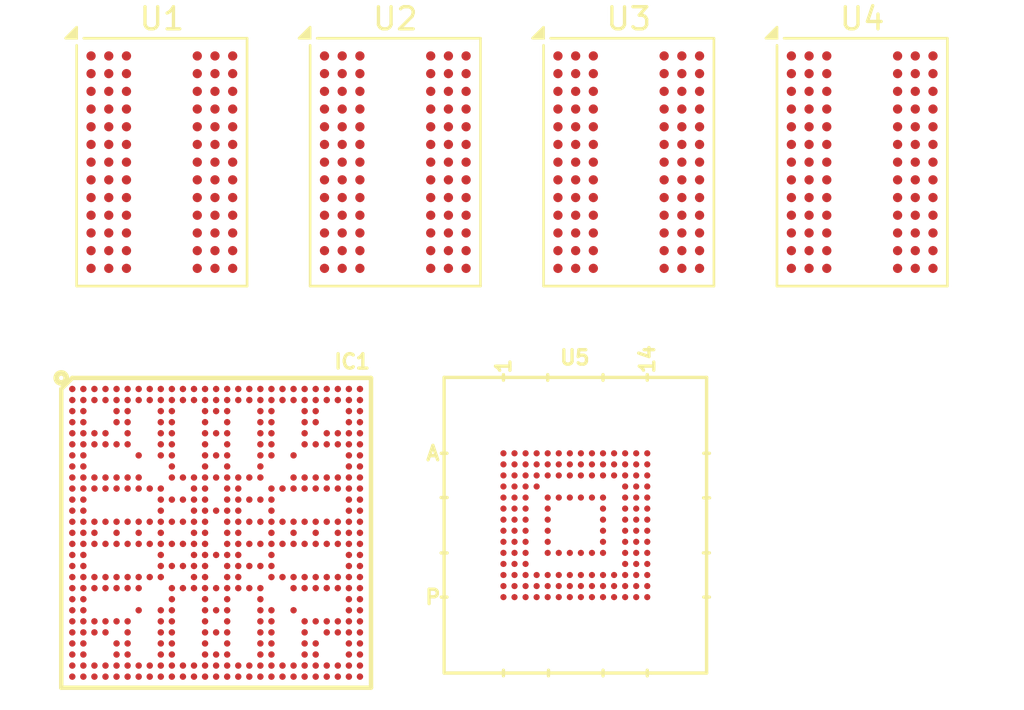
<source format=kicad_pcb>
(kicad_pcb (version 20241229) (generator "pcbnew") (generator_version "9.0")
  (layers (0 "F.Cu" signal) (2 "B.Cu" signal) (13 "F.Paste" user) (15 "B.Paste" user) (5 "F.SilkS" user "F.Silkscreen") (7 "B.SilkS" user "B.Silkscreen") (1 "F.Mask" user) (3 "B.Mask" user) (25 "Edge.Cuts" user))
  (net 0 "")
  (net 3 "/DRAM/CK_A")
  (net 7 "Net-(IC1A-VSS_10)")
  (net 10 "Net-(IC1A-VDD_ARM_1)")
  (net 11 "Net-(IC1A-VDD_GPU_1)")
  (net 13 "Net-(IC1A-VDD_VPU_1)")
  (net 17 "/DRAM/C2")
  (net 21 "Net-(IC1A-NVCC_DRAM_1)")
  (net 25 "/eMMC/SD_CLK")
  (net 27 "/DRAM/~{DQSU_B}")
  (net 28 "/eMMC/~{eMMC_RST}")
  (net 31 "Net-(IC1A-VDD_DRAM_1)")
  (net 32 "/DRAM/DQU_4A")
  (net 33 "/DRAM/DQU_7A")
  (net 34 "/DRAM/~{RAS}")
  (net 35 "/DRAM/A13")
  (net 37 "/eMMC/eMMC_CMD")
  (net 38 "/eMMC/eMMC_CLK")
  (net 39 "/DRAM/DQL_2B")
  (net 41 "Net-(IC1A-VDD_ANA_0P8_1)")
  (net 42 "Net-(IC1A-VDD_SOC_1)")
  (net 44 "/DRAM/~{CK_B}")
  (net 53 "/DRAM/A9")
  (net 56 "/DRAM/C0")
  (net 57 "/eMMC/eMMC_D0")
  (net 60 "/DRAM/DQL_5B")
  (net 61 "/DRAM/~{DML_B}")
  (net 63 "/DRAM/~{DML_A}")
  (net 64 "/DRAM/A15{slash}~{CAS}")
  (net 68 "/DRAM/DQL_3B")
  (net 70 "/eMMC/eMMC_D6")
  (net 72 "/DRAM/~{CS_B}")
  (net 76 "/DRAM/ZQ")
  (net 78 "/DRAM/DQL_3A")
  (net 79 "/DRAM/DQU_0B")
  (net 84 "/eMMC/eMMC_DS")
  (net 87 "/DRAM/A8")
  (net 89 "/DRAM/A7")
  (net 90 "/DRAM/ODT_A")
  (net 95 "/DRAM/BG0")
  (net 96 "/DRAM/A14{slash}~{WE}")
  (net 99 "/DRAM/A11")
  (net 104 "/DRAM/DQU_3B")
  (net 114 "/DRAM/CKE_B")
  (net 116 "/DRAM/DQL_5A")
  (net 122 "/DRAM/A2")
  (net 123 "/DRAM/MTEST")
  (net 126 "Net-(IC1A-VDD_ANA1_1P8_1)")
  (net 127 "/DRAM/DQSL_A")
  (net 130 "/DRAM/A12")
  (net 131 "/eMMC/SD_D3")
  (net 132 "/eMMC/SD_D1")
  (net 134 "/DRAM/DQU_6B")
  (net 136 "/DRAM/DQL_0A")
  (net 143 "/DRAM/ODT_B")
  (net 147 "/DRAM/DQL_4B")
  (net 148 "/DRAM/A10{slash}AP")
  (net 149 "/DRAM/DQL_1A")
  (net 150 "/DRAM/A3")
  (net 151 "/DRAM/A5")
  (net 152 "Net-(IC1A-VDD_ANA0_1P8_1)")
  (net 159 "/eMMC/eMMC_D7")
  (net 161 "/DRAM/BA1")
  (net 164 "/DRAM/BG1")
  (net 179 "/DRAM/~{ACT}")
  (net 185 "/DRAM/DQL_7B")
  (net 186 "/DRAM/DQSU_A")
  (net 187 "/DRAM/DQL_6A")
  (net 191 "/DRAM/DQU_2A")
  (net 198 "/eMMC/SD_D2")
  (net 199 "/DRAM/DQU_1A")
  (net 204 "/eMMC/eMMC_D2")
  (net 206 "/DRAM/DQSU_B")
  (net 208 "/DRAM/~{CS_A}")
  (net 219 "/DRAM/A4")
  (net 224 "/eMMC/eMMC_D1")
  (net 230 "/DRAM/A1")
  (net 235 "/DRAM/DQL_1B")
  (net 236 "/DRAM/~{DMU_B}")
  (net 238 "/DRAM/DQU_5B")
  (net 246 "/DRAM/CK_B")
  (net 247 "/DRAM/DQU_1B")
  (net 250 "/DRAM/~{DQSU_A}")
  (net 252 "/DRAM/DQU_0A")
  (net 253 "/DRAM/~{DMU_A}")
  (net 255 "/DRAM/DQL_6B")
  (net 259 "/eMMC/SD_CMD")
  (net 261 "/eMMC/SD_D0")
  (net 262 "/DRAM/~{ALERT}")
  (net 267 "/DRAM/~{CK_A}")
  (net 268 "/eMMC/eMMC_D3")
  (net 269 "/DRAM/DQL_0B")
  (net 271 "/DRAM/CKE_A")
  (net 277 "/eMMC/eMMC_D5")
  (net 283 "/DRAM/DQU_5A")
  (net 285 "/DRAM/DQU_7B")
  (net 286 "/DRAM/DQU_3A")
  (net 292 "/DRAM/DQL_7A")
  (net 293 "/DRAM/PAR")
  (net 297 "/DRAM/DQU_2B")
  (net 300 "/DRAM/VREF")
  (net 305 "/DRAM/DQU_4B")
  (net 307 "/DRAM/A6")
  (net 308 "/DRAM/~{DQSL_B}")
  (net 311 "/DRAM/DQL_4A")
  (net 317 "/DRAM/~{DQSL_A}")
  (net 321 "/DRAM/BA0")
  (net 323 "/DRAM/DQU_6A")
  (net 324 "/eMMC/eMMC_D4")
  (net 325 "/DRAM/DQSL_B")
  (net 326 "/DRAM/A0")
  (net 328 "/DRAM/DQL_2A")
  (net 330 "/DRAM/~{RESET}")
  (net 331 "GND")
  (net 332 "Net-(U1-NC-PadF2)")
  (net 333 "VDD")
  (net 334 "VDDQ")
  (net 336 "VPP")
  (net 337 "Net-(U2-NC-PadF2)")
  (net 339 "Net-(U3-NC-PadF2)")
  (net 341 "Net-(U4-NC-PadF2)")
  (net 346 "VCC_q")
  (net 351 "VCC")
  (footprint "Package_BGA:FBGA-78_7.5x11mm_Layout2x3x13_P0.8mm" (layer "F.Cu") (at 132.2 109.75)
    (property "Reference" "U4")
    (property "Value" "K4A8G085WD‑BCWE")
  )
  (footprint "Package_BGA:FBGA-78_7.5x11mm_Layout2x3x13_P0.8mm" (layer "F.Cu") (at 121.65 109.75)
    (property "Reference" "U3")
    (property "Value" "K4A8G085WD‑BCWE")
  )
  (footprint "Package_BGA:FBGA-78_7.5x11mm_Layout2x3x13_P0.8mm" (layer "F.Cu") (at 111.1 109.75)
    (property "Reference" "U2")
    (property "Value" "K4A8G085WD‑BCWE")
  )
  (footprint "Marijn:BGA486" (layer "F.Cu") (at 103.002 126.502)
    (property "Reference" "IC1")
    (property "Value" "MIMX8MM5DVTLZDA" (hide yes))
  )
  (footprint "Marijn:FBGA153_13x11.5x0.8" (layer "F.Cu") (at 119.237491 126.1584)
    (property "Reference" "U5")
    (property "Value" "EMMC32G-TS0A-01002")
  )
  (footprint "Package_BGA:FBGA-78_7.5x11mm_Layout2x3x13_P0.8mm" (layer "F.Cu") (at 100.55 109.75)
    (property "Reference" "U1")
    (property "Value" "K4A8G085WD‑BCWE")
  )
)
</source>
